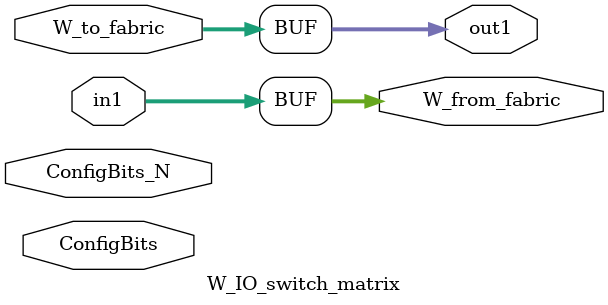
<source format=v>
module W_IO_switch_matrix #(
    parameter NoConfigBits = 2
)(
    output [31:0] out1,
    output [31:0] W_from_fabric,
    input [31:0] W_to_fabric,
    input [31:0] in1,
    input [NoConfigBits - 1:0] ConfigBits,
    input [NoConfigBits - 1:0] ConfigBits_N
);

localparam reg GND = 32'd0;
localparam reg VCC = 32'd1;

// switch matrix multiplexer out1 MUX-1
assign out1 = W_to_fabric;
// switch matrix multiplexer from_fabric MUX-1
assign W_from_fabric = in1;
endmodule

</source>
